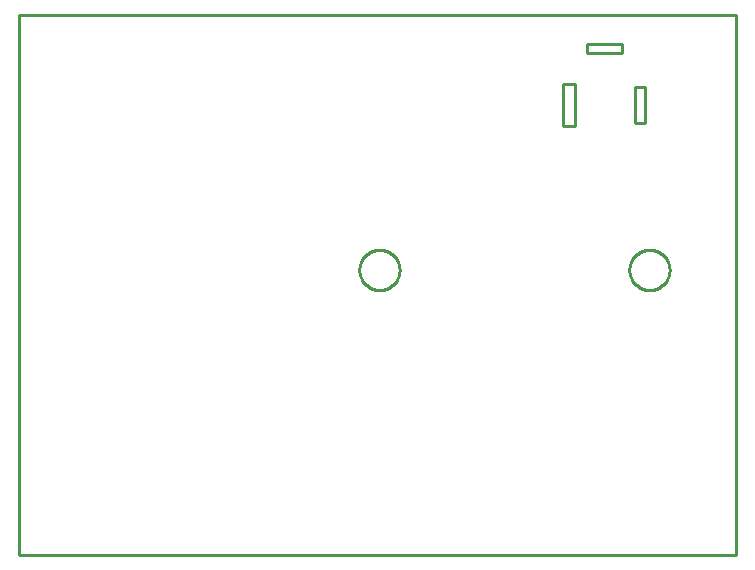
<source format=gbr>
G04 EAGLE Gerber RS-274X export*
G75*
%MOMM*%
%FSLAX34Y34*%
%LPD*%
%IN*%
%IPPOS*%
%AMOC8*
5,1,8,0,0,1.08239X$1,22.5*%
G01*
%ADD10C,0.254000*%


D10*
X50800Y0D02*
X657100Y0D01*
X657100Y457100D01*
X50800Y457100D01*
X50800Y0D01*
X531100Y425000D02*
X561100Y425000D01*
X561100Y433000D01*
X531100Y433000D01*
X531100Y425000D01*
X511100Y363500D02*
X521100Y363500D01*
X521100Y398500D01*
X511100Y398500D01*
X511100Y363500D01*
X572100Y366000D02*
X580100Y366000D01*
X580100Y396000D01*
X572100Y396000D01*
X572100Y366000D01*
X372618Y240743D02*
X372545Y239631D01*
X372400Y238526D01*
X372182Y237434D01*
X371894Y236357D01*
X371536Y235302D01*
X371109Y234273D01*
X370617Y233273D01*
X370059Y232309D01*
X369440Y231382D01*
X368762Y230498D01*
X368027Y229660D01*
X367240Y228873D01*
X366402Y228138D01*
X365518Y227460D01*
X364591Y226841D01*
X363627Y226283D01*
X362627Y225791D01*
X361598Y225364D01*
X360543Y225006D01*
X359466Y224718D01*
X358374Y224500D01*
X357269Y224355D01*
X356157Y224282D01*
X355043Y224282D01*
X353931Y224355D01*
X352826Y224500D01*
X351734Y224718D01*
X350657Y225006D01*
X349602Y225364D01*
X348573Y225791D01*
X347573Y226283D01*
X346609Y226841D01*
X345682Y227460D01*
X344798Y228138D01*
X343960Y228873D01*
X343173Y229660D01*
X342438Y230498D01*
X341760Y231382D01*
X341141Y232309D01*
X340583Y233273D01*
X340091Y234273D01*
X339664Y235302D01*
X339306Y236357D01*
X339018Y237434D01*
X338800Y238526D01*
X338655Y239631D01*
X338582Y240743D01*
X338582Y241857D01*
X338655Y242969D01*
X338800Y244074D01*
X339018Y245166D01*
X339306Y246243D01*
X339664Y247298D01*
X340091Y248327D01*
X340583Y249327D01*
X341141Y250291D01*
X341760Y251218D01*
X342438Y252102D01*
X343173Y252940D01*
X343960Y253727D01*
X344798Y254462D01*
X345682Y255140D01*
X346609Y255759D01*
X347573Y256317D01*
X348573Y256809D01*
X349602Y257236D01*
X350657Y257594D01*
X351734Y257882D01*
X352826Y258100D01*
X353931Y258245D01*
X355043Y258318D01*
X356157Y258318D01*
X357269Y258245D01*
X358374Y258100D01*
X359466Y257882D01*
X360543Y257594D01*
X361598Y257236D01*
X362627Y256809D01*
X363627Y256317D01*
X364591Y255759D01*
X365518Y255140D01*
X366402Y254462D01*
X367240Y253727D01*
X368027Y252940D01*
X368762Y252102D01*
X369440Y251218D01*
X370059Y250291D01*
X370617Y249327D01*
X371109Y248327D01*
X371536Y247298D01*
X371894Y246243D01*
X372182Y245166D01*
X372400Y244074D01*
X372545Y242969D01*
X372618Y241857D01*
X372618Y240743D01*
X601218Y240743D02*
X601145Y239631D01*
X601000Y238526D01*
X600782Y237434D01*
X600494Y236357D01*
X600136Y235302D01*
X599709Y234273D01*
X599217Y233273D01*
X598659Y232309D01*
X598040Y231382D01*
X597362Y230498D01*
X596627Y229660D01*
X595840Y228873D01*
X595002Y228138D01*
X594118Y227460D01*
X593191Y226841D01*
X592227Y226283D01*
X591227Y225791D01*
X590198Y225364D01*
X589143Y225006D01*
X588066Y224718D01*
X586974Y224500D01*
X585869Y224355D01*
X584757Y224282D01*
X583643Y224282D01*
X582531Y224355D01*
X581426Y224500D01*
X580334Y224718D01*
X579257Y225006D01*
X578202Y225364D01*
X577173Y225791D01*
X576173Y226283D01*
X575209Y226841D01*
X574282Y227460D01*
X573398Y228138D01*
X572560Y228873D01*
X571773Y229660D01*
X571038Y230498D01*
X570360Y231382D01*
X569741Y232309D01*
X569183Y233273D01*
X568691Y234273D01*
X568264Y235302D01*
X567906Y236357D01*
X567618Y237434D01*
X567400Y238526D01*
X567255Y239631D01*
X567182Y240743D01*
X567182Y241857D01*
X567255Y242969D01*
X567400Y244074D01*
X567618Y245166D01*
X567906Y246243D01*
X568264Y247298D01*
X568691Y248327D01*
X569183Y249327D01*
X569741Y250291D01*
X570360Y251218D01*
X571038Y252102D01*
X571773Y252940D01*
X572560Y253727D01*
X573398Y254462D01*
X574282Y255140D01*
X575209Y255759D01*
X576173Y256317D01*
X577173Y256809D01*
X578202Y257236D01*
X579257Y257594D01*
X580334Y257882D01*
X581426Y258100D01*
X582531Y258245D01*
X583643Y258318D01*
X584757Y258318D01*
X585869Y258245D01*
X586974Y258100D01*
X588066Y257882D01*
X589143Y257594D01*
X590198Y257236D01*
X591227Y256809D01*
X592227Y256317D01*
X593191Y255759D01*
X594118Y255140D01*
X595002Y254462D01*
X595840Y253727D01*
X596627Y252940D01*
X597362Y252102D01*
X598040Y251218D01*
X598659Y250291D01*
X599217Y249327D01*
X599709Y248327D01*
X600136Y247298D01*
X600494Y246243D01*
X600782Y245166D01*
X601000Y244074D01*
X601145Y242969D01*
X601218Y241857D01*
X601218Y240743D01*
M02*

</source>
